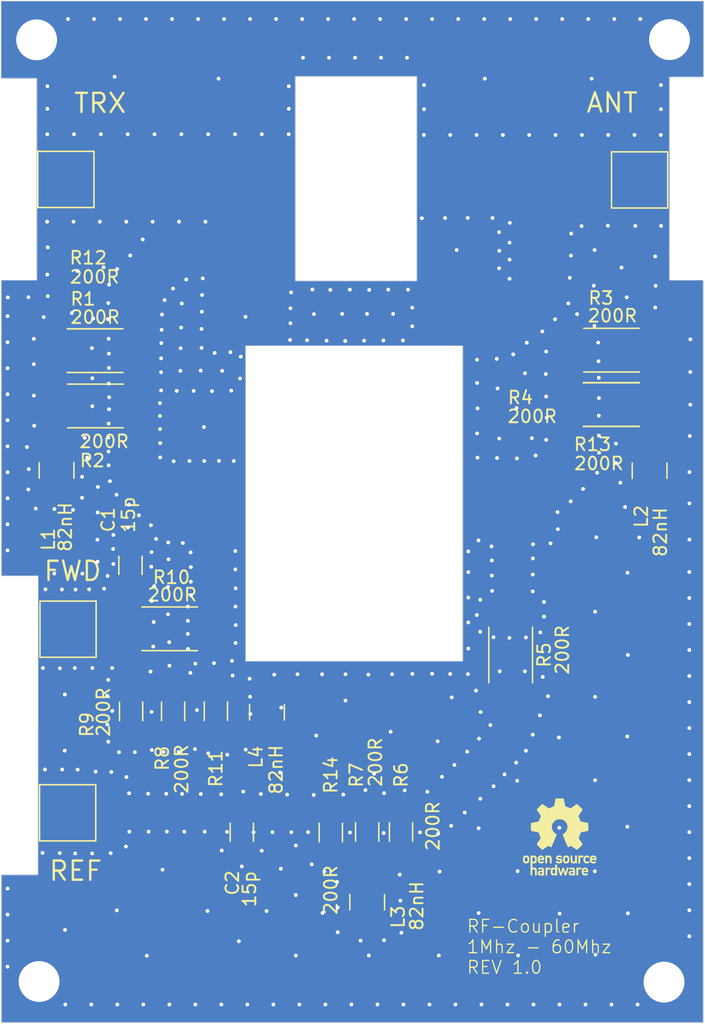
<source format=kicad_pcb>
(kicad_pcb (version 20241229) (generator "pcbnew") (generator_version "9.0")
  (layers (0 "F.Cu" signal) (2 "B.Cu" signal) (13 "F.Paste" user) (15 "B.Paste" user) (5 "F.SilkS" user "F.Silkscreen") (7 "B.SilkS" user "B.Silkscreen") (1 "F.Mask" user) (3 "B.Mask" user) (25 "Edge.Cuts" user))
  (net 0 "")
  (net 1 "Net-(ANT1-Pin_1)")
  (net 2 "GND")
  (net 3 "Net-(FWD1-Pin_1)")
  (net 4 "Net-(REF1-Pin_1)")
  (net 5 "Net-(L1-Pad1)")
  (net 6 "Net-(L2-Pad1)")
  (net 7 "Net-(L3-Pad1)")
  (net 8 "Net-(L4-Pad1)")
  (net 9 "Net-(R1-Pad1)")
  (net 10 "Net-(R13-Pad1)")
  (net 11 "Net-(TRX1-Pin_1)")
  (footprint "Capacitor_SMD:C_1206_3216Metric_Pad1.33x1.80mm_HandSolder" (layer "F.Cu") (at 118.18 112.855 -90)
    (property "Reference" "C2")
    (property "Value" "15p")
  )
  (footprint "Resistor_SMD:R_2512_6332Metric_Pad1.40x3.35mm_HandSolder" (layer "F.Cu") (at 147.1 79.375)
    (property "Reference" "R13")
    (property "Value" "200R")
  )
  (footprint "Resistor_SMD:R_1206_3216Metric_Pad1.30x1.75mm_HandSolder" (layer "F.Cu") (at 112.8 103.395 -90)
    (property "Reference" "R8")
    (property "Value" "200R")
  )
  (footprint "TestPoint:TestPoint_Pad_4.0x4.0mm" (layer "F.Cu") (at 104.57 96.955)
    (property "Reference" "FWD1" (hide yes))
    (property "Value" "~")
  )
  (footprint "Resistor_SMD:R_2512_6332Metric_Pad1.40x3.35mm_HandSolder" (layer "F.Cu") (at 106.69 75.145)
    (property "Reference" "R12")
    (property "Value" "200R")
  )
  (footprint "Resistor_SMD:R_2512_6332Metric_Pad1.40x3.35mm_HandSolder" (layer "F.Cu") (at 106.72 79.475 180)
    (property "Reference" "R2")
    (property "Value" "200R")
  )
  (footprint "Resistor_SMD:R_2512_6332Metric_Pad1.40x3.35mm_HandSolder" (layer "F.Cu") (at 112.53 96.925)
    (property "Reference" "R10")
    (property "Value" "200R")
  )
  (footprint "Resistor_SMD:R_1206_3216Metric_Pad1.30x1.75mm_HandSolder" (layer "F.Cu") (at 125.15 112.875 -90)
    (property "Reference" "R14")
    (property "Value" "200R")
  )
  (footprint "Resistor_SMD:R_2512_6332Metric_Pad1.40x3.35mm_HandSolder" (layer "F.Cu") (at 147.14 75.105)
    (property "Reference" "R3")
    (property "Value" "200R")
  )
  (footprint "Resistor_SMD:R_2512_6332Metric_Pad1.40x3.35mm_HandSolder" (layer "F.Cu") (at 139.24 98.975 -90)
    (property "Reference" "R5")
    (property "Value" "200R")
  )
  (footprint "Resistor_SMD:R_1206_3216Metric_Pad1.30x1.75mm_HandSolder" (layer "F.Cu") (at 128 112.835 -90)
    (property "Reference" "R7")
    (property "Value" "200R")
  )
  (footprint "Resistor_SMD:R_2512_6332Metric_Pad1.40x3.35mm_HandSolder" (layer "F.Cu") (at 147.14 79.355)
    (property "Reference" "R4")
    (property "Value" "200R")
  )
  (footprint "Resistor_SMD:R_2512_6332Metric_Pad1.40x3.35mm_HandSolder" (layer "F.Cu") (at 106.69 75.145 180)
    (property "Reference" "R1")
    (property "Value" "200R")
  )
  (footprint "Inductor_SMD:L_1210_3225Metric_Pad1.42x2.65mm_HandSolder" (layer "F.Cu") (at 128 118.335 -90)
    (property "Reference" "L3")
    (property "Value" "82nH")
  )
  (footprint "Inductor_SMD:L_1210_3225Metric_Pad1.42x2.65mm_HandSolder" (layer "F.Cu") (at 120.15 103.465 90)
    (property "Reference" "L4")
    (property "Value" "82nH")
  )
  (footprint "Symbol:OSHW-Logo_5.7x6mm_SilkScreen" (layer "F.Cu") (at 143.07 113.225)
    (property "Reference" "REF**" (hide yes))
    (property "Value" "OSHW-Logo_5.7x6mm_SilkScreen" (hide yes))
  )
  (footprint "Inductor_SMD:L_1210_3225Metric_Pad1.42x2.65mm_HandSolder" (layer "F.Cu") (at 103.67 84.525 -90)
    (property "Reference" "L1")
    (property "Value" "82nH")
  )
  (footprint "TestPoint:TestPoint_Pad_4.0x4.0mm" (layer "F.Cu") (at 104.54 111.335)
    (property "Reference" "REF1" (hide yes))
    (property "Value" "~")
  )
  (footprint "Resistor_SMD:R_1206_3216Metric_Pad1.30x1.75mm_HandSolder" (layer "F.Cu") (at 109.51 103.395 -90)
    (property "Reference" "R9")
    (property "Value" "200R")
  )
  (footprint "Capacitor_SMD:C_1206_3216Metric_Pad1.33x1.80mm_HandSolder" (layer "F.Cu") (at 109.46 91.955 90)
    (property "Reference" "C1")
    (property "Value" "15p")
  )
  (footprint "Resistor_SMD:R_1206_3216Metric_Pad1.30x1.75mm_HandSolder" (layer "F.Cu") (at 116.15 103.375 -90)
    (property "Reference" "R11")
    (property "Value" "200R")
  )
  (footprint "TestPoint:TestPoint_Pad_4.0x4.0mm" (layer "F.Cu") (at 104.4 61.735)
    (property "Reference" "TRX1" (hide yes))
    (property "Value" "~")
  )
  (footprint "Resistor_SMD:R_1206_3216Metric_Pad1.30x1.75mm_HandSolder" (layer "F.Cu") (at 130.65 112.835 -90)
    (property "Reference" "R6")
    (property "Value" "200R")
  )
  (footprint "TestPoint:TestPoint_Pad_4.0x4.0mm" (layer "F.Cu") (at 149.34 61.775)
    (property "Reference" "ANT1" (hide yes))
    (property "Value" "~")
  )
  (footprint "Inductor_SMD:L_1210_3225Metric_Pad1.42x2.65mm_HandSolder" (layer "F.Cu") (at 150.12 84.545 -90)
    (property "Reference" "L2")
    (property "Value" "82nH")
  )
  (gr_rect (start 112.33 79.055) (end 118.09 83.195) (stroke (width 0.2)) (fill yes) (layer "F.Cu") (net 2))
  (gr_rect (start 116.37 65.185) (end 122.13 69.325) (stroke (width 0.2)) (fill yes) (layer "F.Cu") (net 9))
  (gr_rect (start 102.5 94.875) (end 108.26 99.015) (stroke (width 0.2)) (fill yes) (layer "F.Cu") (net 3))
  (gr_rect (start 145.61 59.755) (end 151.37 63.895) (stroke (width 0.2)) (fill yes) (layer "F.Cu") (net 1))
  (gr_rect (start 135.85 84.895) (end 141.61 89.035) (stroke (width 0.2)) (fill yes) (layer "F.Cu") (net 10))
  (gr_rect (start 132.7 70.485) (end 138.46 74.625) (stroke (width 0.2)) (fill yes) (layer "F.Cu") (net 1))
  (gr_rect (start 112.35 84.855) (end 118.11 88.995) (stroke (width 0.2)) (fill yes) (layer "F.Cu") (net 9))
  (gr_rect (start 116.41 59.665) (end 122.17 63.805) (stroke (width 0.2)) (fill yes) (layer "F.Cu") (net 11))
  (gr_rect (start 102.48 109.265) (end 108.24 113.405) (stroke (width 0.2)) (fill yes) (layer "F.Cu") (net 4))
  (gr_rect (start 102.36 59.655) (end 108.12 63.795) (stroke (width 0.2)) (fill yes) (layer "F.Cu") (net 11))
  (gr_rect (start 132.05 59.665) (end 137.81 63.805) (stroke (width 0.2)) (fill yes) (layer "F.Cu") (net 1))
  (gr_rect (start 132.13 65.195) (end 137.89 69.335) (stroke (width 0.2)) (fill yes) (layer "F.Cu") (net 2))
  (gr_rect (start 115.59 70.425) (end 121.35 74.565) (stroke (width 0.2)) (fill yes) (layer "F.Cu") (net 2))
  (gr_line (start 151.68 53.724989) (end 151.68 69.625044) (stroke (width 0.05)) (layer "Edge.Cuts"))
  (gr_line (start 154.35 47.76) (end 154.35 53.725011) (stroke (width 0.05)) (layer "Edge.Cuts"))
  (gr_line (start 102.21 116.185) (end 99.35 116.185) (stroke (width 0.05)) (layer "Edge.Cuts"))
  (gr_line (start 99.35 92.785) (end 102.23 92.785) (stroke (width 0.05)) (layer "Edge.Cuts"))
  (gr_rect (start 118.48 74.765) (end 135.48 99.465) (stroke (width 0.05)) (fill no) (layer "Edge.Cuts"))
  (gr_line (start 99.34 69.624999) (end 99.35 92.785) (stroke (width 0.05)) (layer "Edge.Cuts"))
  (gr_line (start 99.32 47.75995) (end 154.35 47.76) (stroke (width 0.05)) (layer "Edge.Cuts"))
  (gr_line (start 154.35 53.725011) (end 151.68 53.724989) (stroke (width 0.05)) (layer "Edge.Cuts"))
  (gr_line (start 151.68 69.625044) (end 154.33012 69.625016) (stroke (width 0.05)) (layer "Edge.Cuts"))
  (gr_line (start 154.33012 69.625016) (end 154.33012 127.760003) (stroke (width 0.05)) (layer "Edge.Cuts"))
  (gr_line (start 102.115 53.824999) (end 99.32 53.825) (stroke (width 0.05)) (layer "Edge.Cuts"))
  (gr_line (start 154.33012 127.760003) (end 99.35 127.76) (stroke (width 0.05)) (layer "Edge.Cuts"))
  (gr_line (start 99.34 69.624999) (end 102.115 69.625) (stroke (width 0.05)) (layer "Edge.Cuts"))
  (gr_line (start 102.23 92.785) (end 102.21 116.185) (stroke (width 0.05)) (layer "Edge.Cuts"))
  (gr_line (start 102.115 69.625) (end 102.115 53.824999) (stroke (width 0.05)) (layer "Edge.Cuts"))
  (gr_rect (start 122.38 53.675) (end 131.88 69.675) (stroke (width 0.05)) (fill no) (layer "Edge.Cuts"))
  (gr_line (start 99.32 53.825) (end 99.32 47.75995) (stroke (width 0.05)) (layer "Edge.Cuts"))
  (gr_line (start 99.35 116.185) (end 99.35 127.76) (stroke (width 0.05)) (layer "Edge.Cuts"))
  (gr_text "DJ1YR" (at 112.44 124.165 0) (layer "F.Cu") (effects (font (size 1 1) (thickness 0.1)) (justify left bottom)))
  (gr_text "REF" (at 102.97 116.765 0) (layer "F.SilkS") (effects (font (size 1.5 1.5) (thickness 0.1875)) (justify left bottom)))
  (gr_text "FWD" (at 102.56 93.285 0) (layer "F.SilkS") (effects (font (size 1.5 1.5) (thickness 0.1875)) (justify left bottom)))
  (gr_text "TRX" (at 104.93 56.645 0) (layer "F.SilkS") (effects (font (size 1.5 1.5) (thickness 0.1875)) (justify left bottom)))
  (gr_text "ANT" (at 145.07 56.615 0) (layer "F.SilkS") (effects (font (size 1.5 1.5) (thickness 0.1875)) (justify left bottom)))
  (gr_text "RF-Coupler\n1Mhz - 60Mhz\nREV 1.0" (at 135.74 124.025 0) (layer "F.SilkS") (effects (font (size 1 1) (thickness 0.1)) (justify left bottom)))
  (segment (start 141.69 70.705) (end 141.69 61.925) (width 2) (layer "F.Cu") (net 1))
  (segment (start 135.58 72.555) (end 139.84 72.555) (width 2) (layer "F.Cu") (net 1))
  (segment (start 135.85 61.775) (end 135.81 61.735) (width 4) (layer "F.Cu") (net 1))
  (segment (start 141.69 61.925) (end 141.54 61.775) (width 1) (layer "F.Cu") (net 1))
  (segment (start 149.34 61.775) (end 135.85 61.775) (width 4) (layer "F.Cu") (net 1))
  (segment (start 139.84 72.555) (end 141.69 70.705) (width 2) (layer "F.Cu") (net 1))
  (via (at 105.87 81.965) (size 0.6) (drill 0.3) (layers "F.Cu" "B.Cu") (net 2))
  (via (at 147.48 82.425) (size 0.6) (drill 0.3) (layers "F.Cu" "B.Cu") (net 2))
  (via (at 108.1 90.675) (size 0.6) (drill 0.3) (layers "F.Cu" "B.Cu") (net 2))
  (via (at 144.44 72.285) (size 0.6) (drill 0.3) (layers "F.Cu" "B.Cu") (net 2))
  (via (at 145.95 89.755) (size 0.6) (drill 0.3) (layers "F.Cu" "B.Cu") (net 2))
  (via (at 150.56 67.765) (size 0.6) (drill 0.3) (layers "F.Cu" "B.Cu") (net 2))
  (via (at 112.717434 49.175) (size 0.6) (drill 0.3) (layers "F.Cu" "B.Cu") (net 2))
  (via (at 128.09 100.515) (size 0.6) (drill 0.3) (layers "F.Cu" "B.Cu") (net 2))
  (via (at 106.605384 49.175) (size 0.6) (drill 0.3) (layers "F.Cu" "B.Cu") (net 2))
  (via (at 145.83 115.915) (size 0.6) (drill 0.3) (layers "F.Cu" "B.Cu") (net 2))
  (via (at 116.61 114.285) (size 0.6) (drill 0.3) (layers "F.Cu" "B.Cu") (net 2))
  (via (at 142.91 87.795) (size 0.6) (drill 0.3) (layers "F.Cu" "B.Cu") (net 2))
  (via (at 119.67 109.865) (size 0.6) (drill 0.3) (layers "F.Cu" "B.Cu") (net 2))
  (via (at 139.15 69.515) (size 0.6) (drill 0.3) (layers "F.Cu" "B.Cu") (net 2))
  (via (at 99.83 80.594406) (size 0.6) (drill 0.3) (layers "F.Cu" "B.Cu") (net 2))
  (via (at 121.85 58.195) (size 0.6) (drill 0.3) (layers "F.Cu" "B.Cu") (net 2))
  (via (at 127.86 109.555) (size 0.6) (drill 0.3) (layers "F.Cu" "B.Cu") (net 2))
  (via (at 111.79 83.505) (size 0.6) (drill 0.3) (layers "F.Cu" "B.Cu") (net 2))
  (via (at 144.79 65.395) (size 0.6) (drill 0.3) (layers "F.Cu" "B.Cu") (net 2))
  (via (at 123.65 115.375) (size 0.6) (drill 0.3) (layers "F.Cu" "B.Cu") (net 2))
  (via (at 137.79 93.955) (size 0.6) (drill 0.3) (layers "F.Cu" "B.Cu") (net 2))
  (via (at 118.79 100.835) (size 0.6) (drill 0.3) (layers "F.Cu" "B.Cu") (net 2))
  (via (at 114.540344 126.345) (size 0.6) (drill 0.3) (layers "F.Cu" "B.Cu") (net 2))
  (via (at 153.31 76.815) (size 0.6) (drill 0.3) (layers "F.Cu" "B.Cu") (net 2))
  (via (at 129.84 104.985) (size 0.6) (drill 0.3) (layers "F.Cu" "B.Cu") (net 2))
  (via (at 102.951112 54.435) (size 0.6) (drill 0.3) (layers "F.Cu" "B.Cu") (net 2))
  (via (at 113.263332 65.045) (size 0.6) (drill 0.3) (layers "F.Cu" "B.Cu") (net 2))
  (via (at 101.46 86.015) (size 0.6) (drill 0.3) (layers "F.Cu" "B.Cu") (net 2))
  (via (at 104.09 93.845) (size 0.6) (drill 0.3) (layers "F.Cu" "B.Cu") (net 2))
  (via (at 129.65 70.365) (size 0.6) (drill 0.3) (layers "F.Cu" "B.Cu") (net 2))
  (via (at 149 65.375) (size 0.6) (drill 0.3) (layers "F.Cu" "B.Cu") (net 2))
  (via (at 137.76 91.575) (size 0.6) (drill 0.3) (layers "F.Cu" "B.Cu") (net 2))
  (via (at 111.11 103.435) (size 0.6) (drill 0.3) (layers "F.Cu" "B.Cu") (net 2))
  (via (at 107.69 72.675) (size 0.6) (drill 0.3) (layers "F.Cu" "B.Cu") (net 2))
  (via (at 153.24 87.105) (size 0.6) (drill 0.3) (layers "F.Cu" "B.Cu") (net 2))
  (via (at 122.97265 52.205) (size 0.6) (drill 0.3) (layers "F.Cu" "B.Cu") (net 2))
  (via (at 122.41 117.775) (size 0.6) (drill 0.3) (layers "F.Cu" "B.Cu") (net 2))
  (via (at 115.03 73.445) (size 0.6) (drill 0.3) (layers "F.Cu" "B.Cu") (net 2))
  (via (at 151.68 50.785) (size 5) (drill 3.2) (layers "F.Cu" "B.Cu") (net 2))
  (via (at 106.89 87.815) (size 0.6) (drill 0.3) (layers "F.Cu" "B.Cu") (net 2))
  (via (at 101.89 76.205) (size 0.6) (drill 0.3) (layers "F.Cu" "B.Cu") (net 2))
  (via (at 107.72 100.925) (size 0.6) (drill 0.3) (layers "F.Cu" "B.Cu") (net 2))
  (via (at 115.49 119.025) (size 0.6) (drill 0.3) (layers "F.Cu" "B.Cu") (net 2))
  (via (at 129.32 121.315) (size 0.6) (drill 0.3) (layers "F.Cu" "B.Cu") (net 2))
  (via (at 121.27 103.095) (size 0.6) (drill 0.3) (layers "F.Cu" "B.Cu") (net 2))
  (via (at 138.15 75.785) (size 0.6) (drill 0.3) (layers "F.Cu" "B.Cu") (net 2))
  (via (at 142.06 80.395) (size 0.6) (drill 0.3) (layers "F.Cu" "B.Cu") (net 2))
  (via (at 99.83 121.341406) (size 0.6) (drill 0.3) (layers "F.Cu" "B.Cu") (net 2))
  (via (at 153.24 84.655) (size 0.6) (drill 0.3) (layers "F.Cu" "B.Cu") (net 2))
  (via (at 153.23 102.661756) (size 0.6) (drill 0.3) (layers "F.Cu" "B.Cu") (net 2))
  (via (at 139.7 79.635) (size 0.6) (drill 0.3) (layers "F.Cu" "B.Cu") (net 2))
  (via (at 131.53 73.235) (size 0.6) (drill 0.3) (layers "F.Cu" "B.Cu") (net 2))
  (via (at 115.546666 58.195) (size 0.6) (drill 0.3) (layers "F.Cu" "B.Cu") (net 2))
  (via (at 140.35 100.255) (size 0.6) (drill 0.3) (layers "F.Cu" "B.Cu") (net 2))
  (via (at 126.3 100.485) (size 0.6) (drill 0.3) (layers "F.Cu" "B.Cu") (net 2))
  (via (at 120.12 119.025) (size 0.6) (drill 0.3) (layers "F.Cu" "B.Cu") (net 2))
  (via (at 108.12 89.575) (size 0.6) (drill 0.3) (layers "F.Cu" "B.Cu") (net 2))
  (via (at 136.73 112.545) (size 0.6) (drill 0.3) (layers "F.Cu" "B.Cu") (net 2))
  (via (at 121.73 109.905) (size 0.6) (drill 0.3) (layers "F.Cu" "B.Cu") (net 2))
  (via (at 149.175294 126.345) (size 0.6) (drill 0.3) (layers "F.Cu" "B.Cu") (net 2))
  (via (at 102.6 99.995) (size 0.6) (drill 0.3) (layers "F.Cu" "B.Cu") (net 2))
  (via (at 101.35 82.695) (size 0.6) (drill 0.3) (layers "F.Cu" "B.Cu") (net 2))
  (via (at 117.68 95.185) (size 0.6) (drill 0.3) (layers "F.Cu" "B.Cu") (net 2))
  (via (at 117.67 92.275) (size 0.6) (drill 0.3) (layers "F.Cu" "B.Cu") (net 2))
  (via (at 132.453334 56.235) (size 0.6) (drill 0.3) (layers "F.Cu" "B.Cu") (net 2))
  (via (at 114.97 109.865) (size 0.6) (drill 0.3) (layers "F.Cu" "B.Cu") (net 2))
  (via (at 105.16 93.855) (size 0.6) (drill 0.3) (layers "F.Cu" "B.Cu") (net 2))
  (via (at 135.64 111.315) (size 0.6) (drill 0.3) (layers "F.Cu" "B.Cu") (net 2))
  (via (at 112.26 109.845) (size 0.6) (drill 0.3) (layers "F.Cu" "B.Cu") (net 2))
  (via (at 128.16 70.385) (size 0.6) (drill 0.3) (layers "F.Cu" "B.Cu") (net 2))
  (via (at 131.12205 52.205) (size 0.6) (drill 0.3) (layers "F.Cu" "B.Cu") (net 2))
  (via (at 143.02 105.435) (size 0.6) (drill 0.3) (layers "F.Cu" "B.Cu") (net 2))
  (via (at 149.389734 49.175) (size 0.6) (drill 0.3) (layers "F.Cu" "B.Cu") (net 2))
  (via (at 136.64 83.525) (size 0.6) (drill 0.3) (layers "F.Cu" "B.Cu") (net 2))
  (via (at 111.77 80.255) (size 0.6) (drill 0.3) (layers "F.Cu" "B.Cu") (net 2))
  (via (at 113.68 112.805) (size 0.6) (drill 0.3) (layers "F.Cu" "B.Cu") (net 2))
  (via (at 138.988544 126.345) (size 0.6) (drill 0.3) (layers "F.Cu" "B.Cu") (net 2))
  (via (at 128.13 122.505) (size 0.6) (drill 0.3) (layers "F.Cu" "B.Cu") (net 2))
  (via (at 127.99 72.265) (size 0.6) (drill 0.3) (layers "F.Cu" "B.Cu") (net 2))
  (via (at 114.67 103.285) (size 0.6) (drill 0.3) (layers "F.Cu" "B.Cu") (net 2))
  (via (at 108.56 106.585) (size 0.6) (drill 0.3) (layers "F.Cu" "B.Cu") (net 2))
  (via (at 153.23 116.923206) (size 0.6) (drill 0.3) (layers "F.Cu" "B.Cu") (net 2))
  (via (at 102.98 67.055) (size 0.6) (drill 0.3) (layers "F.Cu" "B.Cu") (net 2))
  (via (at 136.6 75.855) (size 0.6) (drill 0.3) (layers "F.Cu" "B.Cu") (net 2))
  (via (at 101.92 81.025) (size 0.6) (drill 0.3) (layers "F.Cu" "B.Cu") (net 2))
  (via (at 116.36 53.845) (size 0.6) (drill 0.3) (layers "F.Cu" "B.Cu") (net 2))
  (via (at 114.754784 49.175) (size 0.6) (drill 0.3) (layers "F.Cu" "B.Cu") (net 2))
  (via (at 101.49 84.425) (size 0.6) (drill 0.3) (layers "F.Cu" "B.Cu") (net 2))
  (via (at 146.85 65.355) (size 0.6) (drill 0.3) (layers "F.Cu" "B.Cu") (net 2))
  (via (at 138.21 78.105) (size 0.6) (drill 0.3) (layers "F.Cu" "B.Cu") (net 2))
  (via (at 110.12 88.035) (size 0.6) (drill 0.3) (layers "F.Cu" "B.Cu") (net 2))
  (via (at 104.31 106.465) (size 0.6) (drill 0.3) (layers "F.Cu" "B.Cu") (net 2))
  (via (at 102.76 107.945) (size 0.6) (drill 0.3) (layers "F.Cu" "B.Cu") (net 2))
  (via (at 133.61 122.505) (size 0.6) (drill 0.3) (layers "F.Cu" "B.Cu") (net 2))
  (via (at 150.59 70.065) (size 0.6) (drill 0.3) (layers "F.Cu" "B.Cu") (net 2))
  (via (at 148.37 112.425) (size 0.6) (drill 0.3) (layers "F.Cu" "B.Cu") (net 2))
  (via (at 122.689744 126.345) (size 0.6) (drill 0.3) (layers "F.Cu" "B.Cu") (net 2))
  (via (at 107.4 93.785) (size 0.6) (drill 0.3) (layers "F.Cu" "B.Cu") (net 2))
  (via (at 145.85 102.255) (size 0.6) (drill 0.3) (layers "F.Cu" "B.Cu") (net 2))
  (via (at 148.42 119.205) (size 0.6) (drill 0.3) (layers "F.Cu" "B.Cu") (net 2))
  (via (at 147.92 68.635) (size 0.6) (drill 0.3) (layers "F.Cu" "B.Cu") (net 2))
  (via (at 137.74 90.475) (size 0.6) (drill 0.3) (layers "F.Cu" "B.Cu") (net 2))
  (via (at 142.93 89.125) (size 0.6) (drill 0.3) (layers "F.Cu" "B.Cu") (net 2))
  (via (at 113.96 98.505) (size 0.6) (drill 0.3) (layers "F.Cu" "B.Cu") (net 2))
  (via (at 141.025894 126.345) (size 0.6) (drill 0.3) (layers "F.Cu" "B.Cu") (net 2))
  (via (at 103.93 100.015) (size 0.6) (drill 0.3) (layers "F.Cu" "B.Cu") (net 2))
  (via (at 107.75 74.215) (size 0.6) (drill 0.3) (layers "F.Cu" "B.Cu") (net 2))
  (via (at 112.49 97.975) (size 0.6) (drill 0.3) (layers "F.Cu" "B.Cu") (net 2))
  (via (at 107.75 84.125) (size 0.6) (drill 0.3) (layers "F.Cu" "B.Cu") (net 2))
  (via (at 113.445555 58.195) (size 0.6) (drill 0.3) (layers "F.Cu" "B.Cu") (net 2))
  (via (at 130.839144 126.345) (size 0.6) (drill 0.3) (layers "F.Cu" "B.Cu") (net 2))
  (via (at 136.86 94.655) (size 0.6) (drill 0.3) (layers "F.Cu" "B.Cu") (net 2))
  (via (at 125.01 52.205) (size 0.6) (drill 0.3) (layers "F.Cu" "B.Cu") (net 2))
  (via (at 131.053584 49.175) (size 0.6) (drill 0.3) (layers "F.Cu" "B.Cu") (net 2))
  (via (at 111.06 88.815) (size 0.6) (drill 0.3) (layers "F.Cu" "B.Cu") (net 2))
  (via (at 110.88 112.815) (size 0.6) (drill 0.3) (layers "F.Cu" "B.Cu") (net 2))
  (via (at 115.27 112.815) (size 0.6) (drill 0.3) (layers "F.Cu" "B.Cu") (net 2))
  (via (at 147.48 83.945) (size 0.6) (drill 0.3) (layers "F.Cu" "B.Cu") (net 2))
  (via (at 107.142222 58.195) (size 0.6) (drill 0.3) (layers "F.Cu" "B.Cu") (net 2))
  (via (at 123.81 109.935) (size 0.6) (drill 0.3) (layers "F.Cu" "B.Cu") (net 2))
  (via (at 131.54 100.455) (size 0.6) (drill 0.3) (layers "F.Cu" "B.Cu") (net 2))
  (via (at 115.24 83.785) (size 0.6) (drill 0.3) (layers "F.Cu" "B.Cu") (net 2))
  (via (at 107.72 105.765) (size 0.6) (drill 0.3) (layers "F.Cu" "B.Cu") (net 2))
  (via (at 104.96 87.615) (size 0.6) (drill 0.3) (layers "F.Cu" "B.Cu") (net 2))
  (via (at 117.29 75.265) (size 0.6) (drill 0.3) (layers "F.Cu" "B.Cu") (net 2))
  (via (at 142.71 72.685) (size 0.6) (drill 0.3) (layers "F.Cu" "B.Cu") (net 2))
  (via (at 134.5 100.465) (size 0.6) (drill 0.3) (layers "F.Cu" "B.Cu") (net 2))
  (via (at 141.19 83.355) (size 0.6) (drill 0.3) (layers "F.Cu" "B.Cu") (net 2))
  (via (at 111.76 79.255) (size 0.6) (drill 0.3) (layers "F.Cu" "B.Cu") (net 2))
  (via (at 126.13 109.905) (size 0.6) (drill 0.3) (layers "F.Cu" "B.Cu") (net 2))
  (via (at 115.85 78.315) (size 0.6) (drill 0.3) (layers "F.Cu" "B.Cu") (net 2))
  (via (at 125.11 70.385) (size 0.6) (drill 0.3) (layers "F.Cu" "B.Cu") (net 2))
  (via (at 145.88 122.445) (size 0.6) (drill 0.3) (layers "F.Cu" "B.Cu") (net 2))
  (via (at 111.9 73.515) (size 0.6) (drill 0.3) (layers "F.Cu" "B.Cu") (net 2))
  (via (at 150.56 71.765) (size 0.6) (drill 0.3) (layers "F.Cu" "B.Cu") (net 2))
  (via (at 153.27 81.825) (size 0.6) (drill 0.3) (layers "F.Cu" "B.Cu") (net 2))
  (via (at 119.1 112.855) (size 0.6) (drill 0.3) (layers "F.Cu" "B.Cu") (net 2))
  (via (at 104.11 107.945) (size 0.6) (drill 0.3) (layers "F.Cu" "B.Cu") (net 2))
  (via (at 99.83 78.557056) (size 0.6) (drill 0.3) (layers "F.Cu" "B.Cu") (net 2))
  (via (at 130.8 74.345) (size 0.6) (drill 0.3) (layers "F.Cu" "B.Cu") (net 2))
  (via (at 137.165634 49.175) (size 0.6) (drill 0.3) (layers "F.Cu" "B.Cu") (net 2))
  (via (at 113.95 97.325) (size 0.6) (drill 0.3) (layers "F.Cu" "B.Cu") (net 2))
  (via (at 109.35 109.805) (size 0.6) (drill 0.3) (layers "F.Cu" "B.Cu") (net 2))
  (via (at 99.83 76.519706) (size 0.6) (drill 0.3) (layers "F.Cu" "B.Cu") (net 2))
  (via (at 120.866834 49.175) (size 0.6) (drill 0.3) (layers "F.Cu" "B.Cu") (net 2))
  (via (at 153.23 112.848506) (size 0.6) (drill 0.3) (layers "F.Cu" "B.Cu") (net 2))
  (via (at 130.03 72.265) (size 0.6) (drill 0.3) (layers "F.Cu" "B.Cu") (net 2))
  (via (at 108.03 99.995) (size 0.6) (drill 0.3) (layers "F.Cu" "B.Cu") (net 2))
  (via (at 118.615044 126.345) (size 0.6) (drill 0.3) (layers "F.Cu" "B.Cu") (net 2))
  (via (at 148.938142 58.255) (size 0.6) (drill 0.3) (layers "F.Cu" "B.Cu") (net 2))
  (via (at 145.85 95.585) (size 0.6) (drill 0.3) (layers "F.Cu" "B.Cu") (net 2))
  (via (at 115.07 70.785) (size 0.6) (drill 0.3) (layers "F.Cu" "B.Cu") (net 2))
  (via (at 115.55 106.675) (size 0.6) (drill 0.3) (layers "F.Cu" "B.Cu") (net 2))
  (via (at 102.3 124.545) (size 5) (drill 3.2) (layers "F.Cu" "B.Cu") (net 2))
  (via (at 138.34 82.025) (size 0.6) (drill 0.3) (layers "F.Cu" "B.Cu") (net 2))
  (via (at 132.14 112.865) (size 0.6) (drill 0.3) (layers "F.Cu" "B.Cu") (net 2))
  (via (at 99.83 117.266706) (size 0.6) (drill 0.3) (layers "F.Cu" "B.Cu") (net 2))
  (via (at 123.83 72.285) (size 0.6) (drill 0.3) (layers "F.Cu" "B.Cu") (net 2))
  (via (at 112.4 95.785) (size 0.6) (drill 0.3) (layers "F.Cu" "B.Cu") (net 2))
  (via (at 151.01 56.235) (size 0.6) (drill 0.3) (layers "F.Cu" "B.Cu") (net 2))
  (via (at 141.72 73.635) (size 0.6) (drill 0.3) (layers "F.Cu" "B.Cu") (net 2))
  (via (at 102.94 69.185) (size 0.6) (drill 0.3) (layers "F.Cu" "B.Cu") (net 2))
  (via (at 114.08 83.785) (size 0.6) (drill 0.3) (layers "F.Cu" "B.Cu") (net 2))
  (via (at 141.85 94.825) (size 0.6) (drill 0.3) (layers "F.Cu" "B.Cu") (net 2))
  (via (at 127.04735 52.205) (size 0.6) (drill 0.3) (layers "F.Cu" "B.Cu") (net 2))
  (via (at 113.95 96.295) (size 0.6) (drill 0.3) (layers "F.Cu" "B.Cu") (net 2))
  (via (at 108.428294 126.345) (size 0.6) (drill 0.3) (layers "F.Cu" "B.Cu") (net 2))
  (via (at 135.92 94.475) (size 0.6) (drill 0.3) (layers "F.Cu" "B.Cu") (net 2))
  (via (at 133.090934 49.175) (size 0.6) (drill 0.3) (layers "F.Cu" "B.Cu") (net 2))
  (via (at 153.23 120.997906) (size 0.6) (drill 0.3) (layers "F.Cu" "B.Cu") (net 2))
  (via (at 102.57 114.475) (size 0.6) (drill 0.3) (layers "F.Cu" "B.Cu") (net 2))
  (via (at 130.94 109.575) (size 0.6) (drill 0.3) (layers "F.Cu" "B.Cu") (net 2))
  (via (at 140.36 76.915) (size 0.6) (drill 0.3) (layers "F.Cu" "B.Cu") (net 2))
  (via (at 102.94 58.195) (size 0.6) (drill 0.3) (layers "F.Cu" "B.Cu") (net 2))
  (via (at 116.57 109.885) (size 0.6) (drill 0.3) (layers "F.Cu" "B.Cu") (net 2))
  (via (at 153.23 104.699106) (size 0.6) (drill 0.3) (layers "F.Cu" "B.Cu") (net 2))
  (via (at 111.196666 65.045) (size 0.6) (drill 0.3) (layers "F.Cu" "B.Cu") (net 2))
  (via (at 139.82 122.505) (size 0.6) (drill 0.3) (layers "F.Cu" "B.Cu") (net 2))
  (via (at 111.24 98.315) (size 0.6) (drill 0.3) (layers "F.Cu" "B.Cu") (net 2))
  (via (at 109.1 113.975) (size 0.6) (drill 0.3) (layers "F.Cu" "B.Cu") (net 2))
  (via (at 136.76 105.525) (size 0.6) (drill 0.3) (layers "F.Cu" "B.Cu") (net 2))
  (via (at 134.505185 58.255) (size 0.6) (drill 0.3) (layers "F.Cu" "B.Cu") (net 2))
  (via (at 113.56 90.205) (size 0.6) (drill 0.3) (layers "F.Cu" "B.Cu") (net 2))
  (via (at 118.47 72.495) (size 0.6) (drill 0.3) (layers "F.Cu" "B.Cu") (net 2))
  (via (at 136.72 90.005) (size 0.6) (drill 0.3) (layers "F.Cu" "B.Cu") (net 2))
  (via (at 110.84 109.835) (size 0.6) (drill 0.3) (layers "F.Cu" "B.Cu") (net 2))
  (via (at 118.04 77.325) (size 0.6) (drill 0.3) (layers "F.Cu" "B.Cu") (net 2))
  (via (at 148.37 105.355) (size 0.6) (drill 0.3) (layers "F.Cu" "B.Cu") (net 2))
  (via (at 101.47 70.955) (size 0.6) (drill 0.3) (layers "F.Cu" "B.Cu") (net 2))
  (via (at 128.54 108.275) (size 0.6) (drill 0.3) (layers "F.Cu" "B.Cu") (net 2))
  (via (at 120.72 100.515) (size 0.6) (drill 0.3) (layers "F.Cu" "B.Cu") (net 2))
  (via (at 130.68 120.725) (size 0.6) (drill 0.3) (layers "F.Cu" "B.Cu") (net 2))
  (via (at 130.55 116.175) (size 0.6) (drill 0.3) (layers "F.Cu" "B.Cu") (net 2))
  (via (at 139.202984 49.175) (size 0.6) (drill 0.3) (layers "F.Cu" "B.Cu") (net 2))
  (via (at 106.22 93.835) (size 0.6) (drill 0.3) (layers "F.Cu" "B.Cu") (net 2))
  (via (at 113.95 95.185) (size 0.6) (drill 0.3) (layers "F.Cu" "B.Cu") (net 2))
  (via (at 108.12 91.855) (size 0.6) (drill 0.3) (layers "F.Cu" "B.Cu") (net 2))
  (via (at 99.83 88.743806) (size 0.6) (drill 0.3) (layers "F.Cu" "B.Cu") (net 2))
  (via (at 108.03 103.355) (size 0.6) (drill 0.3) (layers "F.Cu" "B.Cu") (net 2))
  (via (at 108.42 68.755) (size 0.6) (drill 0.3) (layers "F.Cu" "B.Cu") (net 2))
  (via (at 146.15 81.795) (size 0.6) (drill 0.3) (layers "F.Cu" "B.Cu") (net 2))
  (via (at 146.12 75.975) (size 0.6) (drill 0.3) (layers "F.Cu" "B.Cu") (net 2))
  (via (at 133.09 100.445) (size 0.6) (drill 0.3) (layers "F.Cu" "B.Cu") (net 2))
  (via (at 107.74 81.945) (size 0.6) (drill 0.3) (layers "F.Cu" "B.Cu") (net 2))
  (via (at 124.51 119.175) (size 0.6) (drill 0.3) (layers "F.Cu" "B.Cu") (net 2))
  (via (at 113.43 73.335) (size 0.6) (drill 0.3) (layers "F.Cu" "B.Cu") (net 2))
  (via (at 106.87 89.945) (size 0.6) (drill 0.3) (layers "F.Cu" "B.Cu") (net 2))
  (via (at 113.48 71.455) (size 0.6) (drill 0.3) (layers "F.Cu" "B.Cu") (net 2))
  (via (at 107.063334 65.045) (size 0.6) (drill 0.3) (layers "F.Cu" "B.Cu") (net 2))
  (via (at 145.8 73.205) (size 0.6) (drill 0.3) (layers "F.Cu" "B.Cu") (net 2))
  (via (at 132.28 64.775) (size 0.6) (drill 0.3) (layers "F.Cu" "B.Cu") (net 2))
  (via (at 102.11 50.805) (size 5) (drill 3.2) (layers "F.Cu" "B.Cu") (net 2))
  (via (at 111.13 94.745) (size 0.6) (drill 0.3) (layers "F.Cu" "B.Cu") (net 2))
  (via (at 114.15 100.375) (size 0.6) (drill 0.3) (layers "F.Cu" "B.Cu") (net 2))
  (via (at 117.7 93.755) (size 0.6) (drill 0.3) (layers "F.Cu" "B.Cu") (net 2))
  (via (at 112.44 91.485) (size 0.6) (drill 0.3) (layers "F.Cu" "B.Cu") (net 2))
  (via (at 129.27 74.345) (size 0.6) (drill 0.3) (layers "F.Cu" "B.Cu") (net 2))
  (via (at 153.23 92.475) (size 0.6) (drill 0.3) (layers "F.Cu" "B.Cu") (net 2))
  (via (at 129.95 100.485) (size 0.6) (drill 0.3) (layers "F.Cu" "B.Cu") (net 2))
  (via (at 138.628887 58.255) (size 0.6) (drill 0.3) (layers "F.Cu" "B.Cu") (net 2))
  (via (at 105.29 68.905) (size 0.6) (drill 0.3) (layers "F.Cu" "B.Cu") (net 2))
  (via (at 127.48 121.345) (size 0.6) (drill 0.3) (layers "F.Cu" "B.Cu") (net 2))
  (via (at 143.98 65.975) (size 0.6) (drill 0.3) (layers "F.Cu" "B.Cu") (net 2))
  (via (at 112.79 70.285) (size 0.6) (drill 0.3) (layers "F.Cu" "B.Cu") (net 2))
  (via (at 132.71 109.685) (size 0.6) (drill 0.3) (layers "F.Cu" "B.Cu") (net 2))
  (via (at 107.78 69.975) (size 0.6) (drill 0.3) (layers "F.Cu" "B.Cu") (net 2))
  (via (at 104.87 72.195) (size 0.6) (drill 0.3) (layers "F.Cu" "B.Cu") (net 2))
  (via (at 126.978884 49.175) (size 0.6) (drill 0.3) (layers "F.Cu" "B.Cu") (net 2))
  (via (at 141.85 95.975) (size 0.6) (drill 0.3) (layers "F.Cu" "B.Cu") (net 2))
  (via (at 112.06 106.565) (size 0.6) (drill 0.3) (layers "F.Cu" "B.Cu") (net 2))
  (via (at 126.764444 126.345) (size 0.6) (drill 0.3) (layers "F.Cu" "B.Cu") (net 2))
  (via (at 106.88 91.675) (size 0.6) (drill 0.3) (layers "F.Cu" "B.Cu") (net 2))
  (via (at 111.03 100.275) (size 0.6) (drill 0.3) (layers "F.Cu" "B.Cu") (net 2))
  (via (at 121.17 108.175) (size 0.6) (drill 0.3) (layers "F.Cu" "B.Cu") (net 2))
  (via (at 144.81444 58.255) (size 0.6) (drill 0.3) (layers "F.Cu" "B.Cu") (net 2))
  (via (at 99.83 90.781156) (size 0.6) (drill 0.3) (layers "F.Cu" "B.Cu") (net 2))
  (via (at 141.240334 49.175) (size 0.6) (drill 0.3) (layers "F.Cu" "B.Cu") (net 2))
  (via (at 140.97 92.675) (size 0.6) (drill 0.3) (layers "F.Cu" "B.Cu") (net 2))
  (via (at 129.32 109.795) (size 0.6) (drill 0.3) (layers "F.Cu" "B.Cu") (net 2))
  (via (at 107.75 80.855) (size 0.6) (drill 0.3) (layers "F.Cu" "B.Cu") (net 2))
  (via (at 99.85 70.975) (size 0.6) (drill 0.3) (layers "F.Cu" "B.Cu") (net 2))
  (via (at 143.87 69.435) (size 0.6) (drill 0.3) (layers "F.Cu" "B.Cu") (net 2))
  (via (at 102.930002 65.045) (size 0.6) (drill 0.3) (layers "F.Cu" "B.Cu") (net 2))
  (via (at 153.23 108.773806) (size 0.6) (drill 0.3) (layers "F.Cu" "B.Cu") (net 2))
  (via (at 101.89 78.665) (size 0.6) (drill 0.3) (layers "F.Cu" "B.Cu") (net 2))
  (via (at 115.05 72.095) (size 0.6) (drill 0.3) (layers "F.Cu" "B.Cu") (net 2))
  (via (at 137.89 97.585) (size 0.6) (drill 0.3) (layers "F.Cu" "B.Cu") (net 2))
  (via (at 106.54 72.625) (size 0.6) (drill 0.3) (layers "F.Cu" "B.Cu") (net 2))
  (via (at 124.82 74.365) (size 0.6) (drill 0.3) (layers "F.Cu" "B.Cu") (net 2))
  (via (at 108.642734 49.175) (size 0.6) (drill 0.3) (layers "F.Cu" "B.Cu") (net 2))
  (via (at 146.14 80.235) (size 0.6) (drill 0.3) (layers "F.Cu" "B.Cu") (net 2))
  (via (at 138.33 68.695) (size 0.6) (drill 0.3) (layers "F.Cu" "B.Cu") (net 2))
  (via (at 107.78 79.735) (size 0.6) (drill 0.3) (layers "F.Cu" "B.Cu") (net 2))
  (via (at 138.17 83.555) (size 0.6) (drill 0.3) (layers "F.Cu" "B.Cu") (net 2))
  (via (at 138.76 108.325) (size 0.6) (drill 0.3) (layers "F.Cu" "B.Cu") (net 2))
  (via (at 135.87 64.755) (size 0.6) (drill 0.3) (layers "F.Cu" "B.Cu") (net 2))
  (via (at 134.83 107.585) (size 0.6) (drill 0.3) (layers "F.Cu" "B.Cu") (net 2))
  (via (at 125.69 118.745) (size 0.6) (drill 0.3) (layers "F.Cu" "B.Cu") (net 2))
  (via (at 138.38 100.255) (size 0.6) (drill 0.3) (layers "F.Cu" "B.Cu") (net 2))
  (via (at 134.58 112.355) (size 0.6) (drill 0.3) (layers "F.Cu" "B.Cu") (net 2))
  (via (at 114.2 94.295) (size 0.6) (drill 0.3) (layers "F.Cu" "B.Cu") (net 2))
  (via (at 153.24 89.935) (size 0.6) (drill 0.3) (layers "F.Cu" "B.Cu") (net 2))
  (via (at 140.98 91.415) (size 0.6) (drill 0.3) (layers "F.Cu" "B.Cu") (net 2))
  (via (at 114.19 93.235) (size 0.6) (drill 0.3) (layers "F.Cu" "B.Cu") (net 2))
  (via (at 110.74 122.525) (size 0.6) (drill 0.3) (layers "F.Cu" "B.Cu") (net 2))
  (via (at 136.567036 58.255) (size 0.6) (drill 0.3) (layers "F.Cu" "B.Cu") (net 2))
  (via (at 118.1 75.615) (size 0.6) (drill 0.3) (layers "F.Cu" "B.Cu") (net 2))
  (via (at 111.86 75.745) (size 0.6) (drill 0.3) (layers "F.Cu" "B.Cu") (net 2))
  (via (at 99.83 84.669106) (size 0.6) (drill 0.3) (layers "F.Cu" "B.Cu") (net 2))
  (via (at 146.16 83.135) (size 0.6) (drill 0.3) (layers "F.Cu" "B.Cu") (net 2))
  (via (at 118.18 115.535) (size 0.6) (drill 0.3) (layers "F.Cu" "B.Cu") (net 2))
  (via (at 113.39 74.955) (size 0.6) (drill 0.3) (layers "F.Cu" "B.Cu") (net 2))
  (via (at 125.64 116.745) (size 0.6) (drill 0.3) (layers "F.Cu" "B.Cu") (net 2))
  (via (at 114.19 92.095) (size 0.6) (drill 0.3) (layers "F.Cu" "B.Cu") (net 2))
  (via (at 133.86 108.515) (size 0.6) (drill 0.3) (layers "F.Cu" "B.Cu") (net 2))
  (via (at 133.56 112.975) (size 0.6) (drill 0.3) (layers "F.Cu" "B.Cu") (net 2))
  (via (at 143.07 119.225) (size 0.6) (drill 0.3) (layers "F.Cu" "B.Cu") (net 2))
  (via (at 134.913844 126.345) (size 0.6) (drill 0.3) (layers "F.Cu" "B.Cu") (net 2))
  (via (at 139.15 68.015) (size 0.6) (drill 0.3) (layers "F.Cu" "B.Cu") (net 2))
  (via (at 123.37 112.845) (size 0.6) (drill 0.3) (layers "F.Cu" "B.Cu") (net 2))
  (via (at 110.42 66.435) (size 0.6) (drill 0.3) (layers "F.Cu" "B.Cu") (net 2))
  (via (at 104.996668 65.045) (size 0.6) (drill 0.3) (layers "F.Cu" "B.Cu") (net 2))
  (via (at 109.35 87.205) (size 0.6) (drill 0.3) (layers "F.Cu" "B.Cu") (net 2))
  (via (at 105.69 92.605) (size 0.6) (drill 0.3) (layers "F.Cu" "B.Cu") (net 2))
  (via (at 124.727094 126.345) (size 0.6) (drill 0.3) (layers "F.Cu" "B.Cu") (net 2))
  (via (at 148.2 87.385) (size 0.6) (drill 0.3) (layers "F.Cu" "B.Cu") (net 2))
  (via (at 153.23 118.960556) (size 0.6) (drill 0.3) (layers "F.Cu" "B.Cu") (net 2))
  (via (at 117.7 96.635) (size 0.6) (drill 0.3) (layers "F.Cu" "B.Cu") (net 2))
  (via (at 111.93 72.315) (size 0.6) (drill 0.3) (layers "F.Cu" "B.Cu") (net 2))
  (via (at 147.137944 126.345) (size 0.6) (drill 0.3) (layers "F.Cu" "B.Cu") (net 2))
  (via (at 117.35 78.275) (size 0.6) (drill 0.3) (layers "F.Cu" "B.Cu") (net 2))
  (via (at 143.277684 49.175) (size 0.6) (drill 0.3) (layers "F.Cu" "B.Cu") (net 2))
  (via (at 111.32 93.585) (size 0.6) (drill 0.3) (layers "F.Cu" "B.Cu") (net 2))
  (via (at 124.941534 49.175) (size 0.6) (drill 0.3) (layers "F.Cu" "B.Cu") (net 2))
  (via (at 142.02 75.215) (size 0.6) (drill 0.3) (layers "F.Cu" "B.Cu") (net 2))
  (via (at 113.08 78.295) (size 0.6) (drill 0.3) (layers "F.Cu" "B.Cu") (net 2))
  (via (at 107.63 102.165) (size 0.6) (drill 0.3) (layers "F.Cu" "B.Cu") (net 2))
  (via (at 114.17 90.945) (size 0.6) (drill 0.3) (layers "F.Cu" "B.Cu") (net 2))
  (via (at 135.92 96.425) (size 0.6) (drill 0.3) (layers "F.Cu" "B.Cu") (net 2))
  (via (at 112.84 83.805) (size 0.6) (drill 0.3) (layers "F.Cu" "B.Cu") (net 2))
  (via (at 109.243333 58.195) (size 0.6) (drill 0.3) (layers "F.Cu" "B.Cu") (net 2))
  (via (at 137.9 109.255) (size 0.6) (drill 0.3) (layers "F.Cu" "B.Cu") (net 2))
  (via (at 108.39 118.975) (size 0.6) (drill 0.3) (layers "F.Cu" "B.Cu") (net 2))
  (via (at 140.5 74.525) (size 0.6) (drill 0.3) (layers "F.Cu" "B.Cu") (net 2))
  (via (at 145.75 70.055) (size 0.6) (drill 0.3) (layers "F.Cu" "B.Cu") (net 2))
  (via (at 142.02 78.735) (size 0.6) (drill 0.3) (layers "F.Cu" "B.Cu") (net 2))
  (via (at 146.876291 58.255) (size 0.6) (drill 0.3) (layers "F.Cu" "B.Cu") (net 2))
  (via (at 107.35 68.615) (size 0.6) (drill 0.3) (layers "F.Cu" "B.Cu") (net 2))
  (via (at 113.37 76.725) (size 0.6) (drill 0.3) (layers "F.Cu" "B.Cu") (net 2))
  (via (at 139.75 108.825) (size 0.6) (drill 0.3) (layers "F.Cu" "B.Cu") (net 2))
  (via (at 132.453334 54.345) (size 0.6) (drill 0.3) (layers "F.Cu" "B.Cu") (net 2))
  (via (at 146.09 74.515) (size 0.6) (drill 0.3) (layers "F.Cu" "B.Cu") (net 2))
  (via (at 131.53 71.775) (size 0.6) (drill 0.3) (layers "F.Cu" "B.Cu") (net 2))
  (via (at 136.85 97.155) (size 0.6) (drill 0.3) (layers "F.Cu" "B.Cu") (net 2))
  (via (at 151 58.255) (size 0.6) (drill 0.3) (layers "F.Cu" "B.Cu") (net 2))
  (via (at 140.43 97.605) (size 0.6) (drill 0.3) (layers "F.Cu" "B.Cu") (net 2))
  (via (at 119.74 114.305) (size 0.6) (drill 0.3) (layers "F.Cu" "B.Cu") (net 2))
  (via (at 99.83 82.631756) (size 0.6) (drill 0.3) (layers "F.Cu" "B.Cu") (net 2))
  (via (at 129.016234 49.175) (size 0.6) (drill 0.3) (layers "F.Cu" "B.Cu") (net 2))
  (via (at 146.01 84.705) (size 0.6) (drill 0.3) (layers "F.Cu" "B.Cu") (net 2))
  (via (at 145.58 53.845) (size 0.6) (drill 0.3) (layers "F.Cu" "B.Cu") (net 2))
  (via (at 121.861112 56.205) (size 0.6) (drill 0.3) (layers "F.Cu" "B.Cu") (net 2))
  (via (at 116 99.615) (size 0.6) (drill 0.3) (layers "F.Cu" "B.Cu") (net 2))
  (via (at 112.42 90.165) (size 0.6) (drill 0.3) (layers "F.Cu" "B.Cu") (net 2))
  (via (at 103.49 92.595) (size 0.6) (drill 0.3) (layers "F.Cu" "B.Cu") (net 2))
  (via (at 109.44 67.695) (size 0.6) (drill 0.3) (layers "F.Cu" "B.Cu") (net 2))
  (via (at 143.76 71.445) (size 0.6) (drill 0.3) (layers "F.Cu" "B.Cu") (net 2))
  (via (at 99.83 72.445) (size 0.6) (drill 0.3) (layers "F.Cu" "B.Cu") (net 2))
  (via (at 99.83 123.378756) (size 0.6) (drill 0.3) (layers "F.Cu" "B.Cu") (net 2))
  (via (at 135.128284 49.175) (size 0.6) (drill 0.3) (layers "F.Cu" "B.Cu") (net 2))
  (via (at 126.64 70.365) (size 0.6) (drill 0.3) (layers "F.Cu" "B.Cu") (net 2))
  (via (at 127.76 74.365) (size 0.6) (drill 0.3) (layers "F.Cu" "B.Cu") (net 2))
  (via (at 140.97 105.215) (size 0.6) (drill 0.3) (layers "F.Cu" "B.Cu") (net 2))
  (via (at 107.72 71.415) (size 0.6) (drill 0.3) (layers "F.Cu" "B.Cu") (net 2))
  (via (at 123.29 74.325) (size 0.6) (drill 0.3) (layers "F.Cu" "B.Cu") (net 2))
  (via (at 153.23 100.624406) (size 0.6) (drill 0.3) (layers "F.Cu" "B.Cu") (net 2))
  (via (at 117.67 90.835) (size 0.6) (drill 0.3) (layers "F.Cu" "B.Cu") (net 2))
  (via (at 105.13 114.515) (size 0.6) (drill 0.3) (layers "F.Cu" "B.Cu") (net 2))
  (via (at 109.14 108.535) (size 0.6) (drill 0.3) (layers "F.Cu" "B.Cu") (net 2))
  (via (at 109.37 112.815) (size 0.6) (drill 0.3) (layers "F.Cu" "B.Cu") (net 2))
  (via (at 116.792134 49.175) (size 0.6) (drill 0.3) (layers "F.Cu" "B.Cu") (net 2))
  (via (at 142.752589 58.255) (size 0.6) (drill 0.3) (layers "F.Cu" "B.Cu") (net 2))
  (via (at 109.26 88.995) (size 0.6) (drill 0.3) (layers "F.Cu" "B.Cu") (net 2))
  (via (at 107.79 78.795) (size 0.6) (drill 0.3) (layers "F.Cu" "B.Cu") (net 2))
  (via (at 107.77 75.375) (size 0.6) (drill 0.3) (layers "F.Cu" "B.Cu") (net 2))
  (via (at 103.92 114.485) (size 0.6) (drill 0.3) (layers "F.Cu" "B.Cu") (net 2))
  (via (at 107.74 83.045) (size 0.6) (drill 0.3) (layers "F.Cu" "B.Cu") (net 2))
  (via (at 153.23 98.587056) (size 0.6) (drill 0.3) (layers "F.Cu" "B.Cu") (net 2))
  (via (at 106.07 83.515) (size 0.6) (drill 0.3) (layers "F.Cu" "B.Cu") (net 2))
  (via (at 106.47 79.495) (size 0.6) (drill 0.3) (layers "F.Cu" "B.Cu") (net 2))
  (via (at 151.25 124.595) (size 5) (drill 3.2) (layers "F.Cu" "B.Cu") (net 2))
  (via (at 148.33 70.965) (size 0.6) (drill 0.3) (layers "F.Cu" "B.Cu") (net 2))
  (via (at 148.39 92.535) (size 0.6) (drill 0.3) (layers "F.Cu" "B.Cu") (net 2))
  (via (at 137.65 104.465) (size 0.6) (drill 0.3) (layers "F.Cu" "B.Cu") (net 2))
  (via (at 122.41 113.895) (size 0.6) (drill 0.3) (layers "F.Cu" "B.Cu") (net 2))
  (via (at 140.690738 58.255) (size 0.6) (drill 0.3) (layers "F.Cu" "B.Cu") (net 2))
  (via (at 112.502994 126.345) (size 0.6) (drill 0.3) (layers "F.Cu" "B.Cu") (net 2))
  (via (at 99.83 74.482356) (size 0.6) (drill 0.3) (layers "F.Cu" "B.Cu") (net 2))
  (via (at 113.83 69.575) (size 0.6) (drill 0.3) (layers "F.Cu" "B.Cu") (net 2))
  (via (at 102.98 70.875) (size 0.6) (drill 0.3) (layers "F.Cu" "B.Cu") (net 2))
  (via (at 153.23 96.549706) (size 0.6) (drill 0.3) (layers "F.Cu" "B.Cu") (net 2))
  (via (at 151.02 65.375) (size 0.6) (drill 0.3) (layers "F.Cu" "B.Cu") (net 2))
  (via (at 118.85 103.595) (size 0.6) (drill 0.3) (layers "F.Cu" "B.Cu") (net 2))
  (via (at 101.89 74.215) (size 0.6) (drill 0.3) (layers "F.Cu" "B.Cu") (net 2))
  (via (at 117.95 121.395) (size 0.6) (drill 0.3) (layers "F.Cu" "B.Cu") (net 2))
  (via (at 111.97 115.785) (size 0.6) (drill 0.3) (layers "F.Cu" "B.Cu") (net 2))
  (via (at 146.15 78.855) (size 0.6) (drill 0.3) (layers "F.Cu" "B.Cu") (net 2))
  (via (at 120.652394 126.345) (size 0.6) (drill 0.3) (layers "F.Cu" "B.Cu") (net 2))
  (via (at 116.39 83.775) (size 0.6) (drill 0.3) (layers "F.Cu" "B.Cu") (net 2))
  (via (at 118.29 109.675) (size 0.6) (drill 0.3) (layers "F.Cu" "B.Cu") (net 2))
  (via (at 145.81 67.265) (size 0.6) (drill 0.3) (layers "F.Cu" "B.Cu") (net 2))
  (via (at 99.83 86.706456) (size 0.6) (drill 0.3) (layers "F.Cu" "B.Cu") (net 2))
  (via (at 153.23 110.811156) (size 0.6) (drill 0.3) (layers "F.Cu" "B.Cu") (net 2))
  (via (at 153.23 94.512356) (size 0.6) (drill 0.3) (layers "F.Cu" "B.Cu") (net 2))
  (via (at 136.86 110.235) (size 0.6) (drill 0.3) (layers "F.Cu" "B.Cu") (net 2))
  (via (at 114.96 76.705) (size 0.6) (drill 0.3) (layers "F.Cu" "B.Cu") (net 2))
  (via (at 130.6 118.215) (size 0.6) (drill 0.3) (layers "F.Cu" "B.Cu") (net 2))
  (via (at 143.063244 126.345) (size 0.6) (drill 0.3) (layers "F.Cu" "B.Cu") (net 2))
  (via (at 122.54 100.485) (size 0.6) (drill 0.3) (layers "F.Cu" "B.Cu") (net 2))
  (via (at 109.8 106.585) (size 0.6) (drill 0.3) (layers "F.Cu" "B.Cu") (net 2))
  (via (at 137.82 64.755) (size 0.6) (drill 0.3) (layers "F.Cu" "B.Cu") (net 2))
  (via (at 117.69 98.035) (size 0.6) (drill 0.3) (layers "F.Cu" "B.Cu") (net 2))
  (via (at 114.54 99.655) (size 0.6) (drill 0.3) (layers "F.Cu" "B.Cu") (net 2))
  (via (at 112.13 71.185) (size 0.6) (drill 0.3) (layers "F.Cu" "B.Cu") (net 2))
  (via (at 141.99 76.975) (size 0.6) (drill 0.3) (layers "F.Cu" "B.Cu") (net 2))
  (via (at 107.65 104.415) (size 0.6) (drill 0.3) (layers "F.Cu" "B.Cu") (net 2))
  (via (at 136.951194 126.345) (size 0.6) (drill 0.3) (layers "F.Cu" "B.Cu") (net 2))
  (via (at 105.67 86.665) (size 0.6) (drill 0.3) (layers "F.Cu" "B.Cu") (net 2))
  (via (at 124.01 105.285) (size 0.6) (drill 0.3) (layers "F.Cu" "B.Cu") (net 2))
  (via (at 111.09 92.065) (size 0.6) (drill 0.3) (layers "F.Cu" "B.Cu") (net 2))
  (via (at 122.904184 49.175) (size 0.6) (drill 0.3) (layers "F.Cu" "B.Cu") (net 2))
  (via (at 107.96 108.135) (size 0.6) (drill 0.3) (layers "F.Cu" "B.Cu") (net 2))
  (via (at 112.31 112.805) (size 0.6) (drill 0.3) (layers "F.Cu" "B.Cu") (net 2))
  (via (at 121.96 74.305) (size 0.6) (drill 0.3) (layers "F.Cu" "B.Cu") (net 2))
  (via (at 139.78 115.905) (size 0.6) (drill 0.3) (layers "F.Cu" "B.Cu") (net 2))
  (via (at 108.22 53.695) (size 0.6) (drill 0.3) (layers "F.Cu" "B.Cu") (net 2))
  (via (at 117.46 100.585) (size 0.6) (drill 0.3) (layers "F.Cu" "B.Cu") (net 2))
  (via (at 138.33 65.865) (size 0.6) (drill 0.3) (layers "F.Cu" "B.Cu") (net 2))
  (via (at 147.352384 49.175) (size 0.6) (drill 0.3) (layers "F.Cu" "B.Cu") (net 2))
  (via (at 117.647777 58.195) (size 0.6) (drill 0.3) (layers "F.Cu" "B.Cu") (net 2))
  (via (at 141.56 97.205) (size 0.6) (drill 0.3) (layers "F.Cu" "B.Cu") (net 2))
  (via (at 135.01 67.265) (size 0.6) (drill 0.3) (layers "F.Cu" "B.Cu") (net 2))
  (via (at 110.680084 49.175) (size 0.6) (drill 0.3) (layers "F.Cu" "B.Cu") (net 2))
  (via (at 145.100594 126.345) (size 0.6) (drill 0.3) (layers "F.Cu" "B.Cu") (net 2))
  (via (at 151.01 54.345) (size 0.6) (drill 0.3) (layers "F.Cu" "B.Cu") (net 2))
  (via (at 136.89 103.445) (size 0.6) (drill 0.3) (layers "F.Cu" "B.Cu") (net 2))
  (via (at 121.99 71.825) (size 0.6) (drill 0.3) (layers "F.Cu" "B.Cu") (net 2))
  (via (at 106.91 85.815) (size 0.6) (drill 0.3) (layers "F.Cu" "B.Cu") (net 2))
  (via (at 143.05 112.505) (size 0.6) (drill 0.3) (layers "F.Cu" "B.Cu") (net 2))
  (via (at 114.41 78.295) (size 0.6) (drill 0.3) (layers "F.Cu" "B.Cu") (net 2))
  (via (at 121.99 72.995) (size 0.6) (drill 0.3) (layers "F.Cu" "B.Cu") (net 2))
  (via (at 105.32 107.955) (size 0.6) (drill 0.3) (layers "F.Cu" "B.Cu") (net 2))
  (via (at 147.83 85.485) (size 0.6) (drill 0.3) (layers "F.Cu" "B.Cu") (net 2))
  (via (at 107.67 92.785) (size 0.6) (drill 0.3) (layers "F.Cu" "B.Cu") (net 2))
  (via (at 133.52 105.735) (size 0.6) (drill 0.3) (layers "F.Cu" "B.Cu") (net 2))
  (via (at 135.89 100.475) (size 0.6) (drill 0.3) (layers "F.Cu" "B.Cu") (net 2))
  (via (at 104.33 120.505) (size 0.6) (drill 0.3) (layers "F.Cu" "B.Cu") (net 2))
  (via (at 108.37 86.425) (size 0.6) (drill 0.3) (layers "F.Cu" "B.Cu") (net 2))
  (via (at 126.65 112.875) (size 0.6) (drill 0.3) (layers "F.Cu" "B.Cu") (net 2))
  (via (at 136.61 77.675) (size 0.6) (drill 0.3) (layers "F.Cu" "B.Cu") (net 2))
  (via (at 144.91 85.975) (size 0.6) (drill 0.3) (layers "F.Cu" "B.Cu") (net 2))
  (via (at 132.876494 126.345) (size 0.6) (drill 0.3) (layers "F.Cu" "B.Cu") (net 2))
  (via (at 128.801794 126.345) (size 0.6) (drill 0.3) (layers "F.Cu" "B.Cu") (net 2))
  (via (at 115.03 74.925) (size 0.6) (drill 0.3) (layers "F.Cu" "B.Cu") (net 2))
  (via (at 137.76 92.755) (size 0.6) (drill 0.3) (layers "F.Cu" "B.Cu") (net 2))
  (via (at 119.748888 58.195) (size 0.6) (drill 0.3) (layers "F.Cu" "B.Cu") (net 2))
  (via (at 121.861112 54.435) (size 0.6) (drill 0.3) (layers "F.Cu" "B.Cu") (net 2))
  (via (at 136.59 95.845) (size 0.6) (drill 0.3) (layers "F.Cu" "B.Cu") (net 2))
  (via (at 135.92 92.485) (size 0.6) (drill 0.3) (layers "F.Cu" "B.Cu") (net 2))
  (via (at 109.13 65.045) (size 0.6) (drill 0.3) (layers "F.Cu" "B.Cu") (net 2))
  (via (at 111.79 82.385) (size 0.6) (drill 0.3) (layers "F.Cu" "B.Cu") (net 2))
  (via (at 102.04 87.505) (size 0.6) (drill 0.3) (layers "F.Cu" "B.Cu") (net 2))
  (via (at 117.41 99.435) (size 0.6) (drill 0.3) (layers "F.Cu" "B.Cu") (net 2))
  (via (at 106.48 99.995) (size 0.6) (drill 0.3) (layers "F.Cu" "B.Cu") (net 2))
  (via (at 115.330002 65.045) (size 0.6) (drill 0.3) (layers "F.Cu" "B.Cu") (net 2))
  (via (at 115.21 81.125) (size 0.6) (drill 0.3) (layers "F.Cu" "B.Cu") (net 2))
  (via (at 138.35 67.325) (size 0.6) (drill 0.3) (layers "F.Cu" "B.Cu") (net 2))
  (via (at 139.17 65.135) (size 0.6) (drill 0.3) (layers "F.Cu" "B.Cu") (net 2))
  (via (at 104.568034 49.175) (size 0.6) (drill 0.3) (layers "F.Cu" "B.Cu") (net 2))
  (via (at 104.32 102.065) (size 0.6) (drill 0.3) (layers "F.Cu" "B.Cu") (net 2))
  (via (at 99.83 119.304056) (size 0.6) (drill 0.3) (layers "F.Cu" "B.Cu") (net 2))
  (via (at 136.61 81.625) (size 0.6) (drill 0.3) (layers "F.Cu" "B.Cu") (net 2))
  (via (at 105.67 85.025) (size 0.6) (drill 0.3) (layers "F.Cu" "B.Cu") (net 2))
  (via (at 126.3 102.545) (size 0.6) (drill 0.3) (layers "F.Cu" "B.Cu") (net 2))
  (via (at 114.51 106.345) (size 0.6) (drill 0.3) (layers "F.Cu" "B.Cu") (net 2))
  (via (at 113.5 109.855) (size 0.6) (drill 0.3) (layers "F.Cu" "B.Cu") (net 2))
  (via (at 106.47 77.305) (size 0.6) (drill 0.3) (layers "F.Cu" "B.Cu") (net 2))
  (via (at 106.73 108.105) (size 0.6) (drill 0.3) (layers "F.Cu" "B.Cu") (net 2))
  (via (at 107.91 114.495) (size 0.6) (drill 0.3) (layers "F.Cu" "B.Cu") (net 2))
  (via (at 111.86 76.835) (size 0.6) (drill 0.3) (layers "F.Cu" "B.Cu") (net 2))
  (via (at 111.88 74.555) (size 0.6) (drill 0.3) (layers "F.Cu" "B.Cu") (net 2))
  (via (at 111.78 81.285) (size 0.6) (drill 0.3) (layers "F.Cu" "B.Cu") (net 2))
  (via (at 111.47 89.885) (size 0.6) (drill 0.3) (layers "F.Cu" "B.Cu") (net 2))
  (via (at 118.829484 49.175) (size 0.6) (drill 0.3) (layers "F.Cu" "B.Cu") (net 2))
  (via (at 105.1 99.995) (size 0.6) (drill 0.3) (layers "F.Cu" "B.Cu") (net 2))
  (via (at 124.65 115.935) (size 0.6) (drill 0.3) (layers "F.Cu" "B.Cu") (net 2))
  (via (at 122.06 112.855) (size 0.6) (drill 0.3) (layers "F.Cu" "B.Cu") (net 2))
  (via (at 112.4 93.635) (size 0.6) (drill 0.3) (layers "F.Cu" "B.Cu") (net 2))
  (via (at 111.11 90.915) (size 0.6) (drill 0.3) (layers "F.Cu" "B.Cu") (net 2))
  (via (at 104.353594 126.345) (size 0.6) (drill 0.3) (layers "F.Cu" "B.Cu") (net 2))
  (via (at 118.48 106.385) (size 0.6) (drill 0.3) (layers "F.Cu" "B.Cu") (net 2))
  (via (at 117.02 112.825) (size 0.6) (drill 0.3) (layers "F.Cu" "B.Cu") (net 2))
  (via (at 117.04 106.785) (size 0.6) (drill 0.3) (layers "F.Cu" "B.Cu") (net 2))
  (via (at 132.443334 58.255) (size 0.6) (drill 0.3) (layers "F.Cu" "B.Cu") (net 2))
  (via (at 136.52 101.765) (size 0.6) (drill 0.3) (layers "F.Cu" "B.Cu") (net 2))
  (via (at 131.2 70.365) (size 0.6) (drill 0.3) (layers "F.Cu" "B.Cu") (net 2))
  (via (at 120.58 112.845) (size 0.6) (drill 0.3) (layers "F.Cu" "B.Cu") (net 2))
  (via (at 106.390944 126.345) (size 0.6) (drill 0.3) (layers "F.Cu" "B.Cu") (net 2))
  (via (at 106.44 74.945) (size 0.6) (drill 0.3) (layers "F.Cu" "B.Cu") (net 2))
  (via (at 135.83 106.545) (size 0.6) (drill 0.3) (layers "F.Cu" "B.Cu") (net 2))
  (via (at 149.31 89.775) (size 0.6) (drill 0.3) (layers "F.Cu" "B.Cu") (net 2))
  (via (at 135.92 90.865) (size 0.6) (drill 0.3) (layers "F.Cu" "B.Cu") (net 2))
  (via (at 129.29 112.915) (size 0.6) (drill 0.3) (layers "F.Cu" "B.Cu") (net 2))
  (via (at 107.77 76.495) (size 0.6) (drill 0.3) (layers "F.Cu" "B.Cu") (net 2))
  (via (at 153.23 114.885856) (size 0.6) (drill 0.3) (layers "F.Cu" "B.Cu") (net 2))
  (via (at 111.13 106.415) (size 0.6) (drill 0.3) (layers "F.Cu" "B.Cu") (net 2))
  (via (at 142.02 82.125) (size 0.6) (drill 0.3) (layers "F.Cu" "B.Cu") (net 2))
  (via (at 140.99 90.305) (size 0.6) (drill 0.3) (layers "F.Cu" "B.Cu") (net 2))
  (via (at 116.577694 126.345) (size 0.6) (drill 0.3) (layers "F.Cu" "B.Cu") (net 2))
  (via (at 143.94 86.945) (size 0.6) (drill 0.3) (layers "F.Cu" "B.Cu") (net 2))
  (via (at 146.14 77.265) (size 0.6) (drill 0.3) (layers "F.Cu" "B.Cu") (net 2))
  (via (at 107.85 85.365) (size 0.6) (drill 0.3) (layers "F.Cu" "B.Cu") (net 2))
  (via (at 116.64 76.725) (size 0.6) (drill 0.3) (layers "F.Cu" "B.Cu") (net 2))
  (via (at 139.67 107.405) (size 0.6) (drill 0.3) (layers "F.Cu" "B.Cu") (net 2))
  (via (at 143.96 67.705) (size 0.6) (drill 0.3) (layers "F.Cu" "B.Cu") (net 2))
  (via (at 121.24 115.715) (size 0.6) (drill 0.3) (layers "F.Cu" "B.Cu") (net 2))
  (via (at 145.315034 49.175) (size 0.6) (drill 0.3) (layers "F.Cu" "B.Cu") (net 2))
  (via (at 135.92 98.475) (size 0.6) (drill 0.3) (layers "F.Cu" "B.Cu") (net 2))
  (via (at 105.041111 58.195) (size 0.6) (drill 0.3) (layers "F.Cu" "B.Cu") (net 2))
  (via (at 136.64 79.665) (size 0.6) (drill 0.3) (layers "F.Cu" "B.Cu") (net 2))
  (via (at 111.344444 58.195) (size 0.6) (drill 0.3) (layers "F.Cu" "B.Cu") (net 2))
  (via (at 153.31 79.375) (size 0.6) (drill 0.3) (layers "F.Cu" "B.Cu") (net 2))
  (via (at 115.12 69.485) (size 0.6) (drill 0.3) (layers "F.Cu" "B.Cu") (net 2))
  (via (at 106.46 114.515) (size 0.6) (drill 0.3) (layers "F.Cu" "B.Cu") (net 2))
  (via (at 148.42 98.975) (size 0.6) (drill 0.3) (layers "F.Cu" "B.Cu") (net 2))
  (via (at 141.53 103.705) (size 0.6) (drill 0.3) (layers "F.Cu" "B.Cu") (net 2))
  (via (at 139.44 75.435) (size 0.6) (drill 0.3) (layers "F.Cu" "B.Cu") (net 2))
  (via (at 123.71 70.355) (size 0.6) (drill 0.3) (layers "F.Cu" "B.Cu") (net 2))
  (via (at 139.73 83.585) (size 0.6) (drill 0.3) (layers "F.Cu" "B.Cu") (net 2))
  (via (at 111.86 78.255) (size 0.6) (drill 0.3) (layers "F.Cu" "B.Cu") (net 2))
  (via (at 102.8 93.835) (size 0.6) (drill 0.3) (layers "F.Cu" "B.Cu") (net 2))
  (via (at 134.62 102.295) (size 0.6) (drill 0.3) (layers "F.Cu" "B.Cu") (net 2))
  (via (at 124.47 100.485) (size 0.6) (drill 0.3) (layers "F.Cu" "B.Cu") (net 2))
  (via (at 141.75 100.695) (size 0.6) (drill 0.3) (layers "F.Cu" "B.Cu") (net 2))
  (via (at 134.1 64.755) (size 0.6) (drill 0.3) (layers "F.Cu" "B.Cu") (net 2))
  (via (at 110.465644 126.345) (size 0.6) (drill 0.3) (layers "F.Cu" "B.Cu") (net 2))
  (via (at 118.83 102.245) (size 0.6) (drill 0.3) (layers "F.Cu" "B.Cu") (net 2))
  (via (at 125.69 120.685) (size 0.6) (drill 0.3) (layers "F.Cu" "B.Cu") (net 2))
  (via (at 139.15 66.685) (size 0.6) (drill 0.3) (layers "F.Cu" "B.Cu") (net 2))
  (via (at 113.23 106.565) (size 0.6) (drill 0.3) (layers "F.Cu" "B.Cu") (net 2))
  (via (at 122.41 122.515) (size 0.6) (drill 0.3) (layers "F.Cu" "B.Cu") (net 2))
  (via (at 136.73 119.185) (size 0.6) (drill 0.3) (layers "F.Cu" "B.Cu") (net 2))
  (via (at 140.43 106.475) (size 0.6) (drill 0.3) (layers "F.Cu" "B.Cu") (net 2))
  (via (at 153.23 106.736456) (size 0.6) (drill 0.3) (layers "F.Cu" "B.Cu") (net 2))
  (via (at 133.67 115.935) (size 0.6) (drill 0.3) (layers "F.Cu" "B.Cu") (net 2))
  (via (at 111.28 96.395) (size 0.6) (drill 0.3) (layers "F.Cu" "B.Cu") (net 2))
  (via (at 140.97 93.995) (size 0.6) (drill 0.3) (layers "F.Cu" "B.Cu") (net 2))
  (via (at 116.05 75.325) (size 0.6) (drill 0.3) (layers "F.Cu" "B.Cu") (net 2))
  (via (at 142.17 102.205) (size 0.6) (drill 0.3) (layers "F.Cu" "B.Cu") (net 2))
  (via (at 137.21 53.845) (size 0.6) (drill 0.3) (layers "F.Cu" "B.Cu") (net 2))
  (via (at 126.04 72.265) (size 0.6) (drill 0.3) (layers "F.Cu" "B.Cu") (net 2))
  (via (at 122.04 70.585) (size 0.6) (drill 0.3) (layers "F.Cu" "B.Cu") (net 2))
  (via (at 140.9 81.995) (size 0.6) (drill 0.3) (layers "F.Cu" "B.Cu") (net 2))
  (via (at 107.76 77.725) (size 0.6) (drill 0.3) (layers "F.Cu" "B.Cu") (net 2))
  (via (at 112.51 99.815) (size 0.6) (drill 0.3) (layers "F.Cu" "B.Cu") (net 2))
  (via (at 102.951112 56.205) (size 0.6) (drill 0.3) (layers "F.Cu" "B.Cu") (net 2))
  (via (at 153.31 74.255) (size 0.6) (drill 0.3) (layers "F.Cu" "B.Cu") (net 2))
  (via (at 103.5 87.545) (size 0.6) (drill 0.3) (layers "F.Cu" "B.Cu") (net 2))
  (via (at 117.55 83.785) (size 0.6) (drill 0.3) (layers "F.Cu" "B.Cu") (net 2))
  (via (at 145.85 108.785) (size 0.6) (drill 0.3) (layers "F.Cu" "B.Cu") (net 2))
  (via (at 102.66 72.515) (size 0.6) (drill 0.3) (layers "F.Cu" "B.Cu") (net 2))
  (via (at 126.28 74.385) (size 0.6) (drill 0.3) (layers "F.Cu" "B.Cu") (net 2))
  (via (at 139.14 97.635) (size 0.6) (drill 0.3) (layers "F.Cu" "B.Cu") (net 2))
  (via (at 129.0847 52.205) (size 0.6) (drill 0.3) (layers "F.Cu" "B.Cu") (net 2))
  (via (at 142.36 90.235) (size 0.6) (drill 0.3) (layers "F.Cu" "B.Cu") (net 2))
  (segment (start 109.51 101.845) (end 116.13 101.845) (width 1) (layer "F.Cu") (net 3))
  (segment (start 109.48 96.925) (end 109.48 101.815) (width 1) (layer "F.Cu") (net 3))
  (segment (start 104.6 96.925) (end 104.57 96.955) (width 1) (layer "F.Cu") (net 3))
  (segment (start 109.48 101.815) (end 109.51 101.845) (width 1) (layer "F.Cu") (net 3))
  (segment (start 109.46 96.905) (end 109.48 96.925) (width 1) (layer "F.Cu") (net 3))
  (segment (start 109.46 93.5175) (end 109.46 96.905) (width 1) (layer "F.Cu") (net 3))
  (segment (start 109.48 96.925) (end 104.6 96.925) (width 1) (layer "F.Cu") (net 3))
  (segment (start 116.13 101.845) (end 116.15 101.825) (width 1) (layer "F.Cu") (net 3))
  (segment (start 133.29 111.335) (end 139.24 105.385) (width 1) (layer "F.Cu") (net 4))
  (segment (start 139.24 105.385) (end 139.24 102.025) (width 1) (layer "F.Cu") (net 4))
  (segment (start 104.54 111.335) (end 133.29 111.335) (width 1) (layer "F.Cu") (net 4))
  (segment (start 103.67 75.175) (end 103.64 75.145) (width 1) (layer "F.Cu") (net 5))
  (segment (start 103.67 83.0375) (end 103.67 75.175) (width 1) (layer "F.Cu") (net 5))
  (segment (start 150.12 83.0575) (end 150.12 75.175) (width 1) (layer "F.Cu") (net 6))
  (segment (start 150.12 75.175) (end 150.19 75.105) (width 1) (layer "F.Cu") (net 6))
  (segment (start 125.19 114.385) (end 125.15 114.425) (width 1) (layer "F.Cu") (net 7))
  (segment (start 128 116.8475) (end 128 114.385) (width 1) (layer "F.Cu") (net 7))
  (segment (start 130.65 114.385) (end 125.19 114.385) (width 1) (layer "F.Cu") (net 7))
  (segment (start 112.8 104.945) (end 116.7325 104.945) (width 1) (layer "F.Cu") (net 8))
  (segment (start 116.74 104.9525) (end 120.15 104.9525) (width 1) (layer "F.Cu") (net 8))
  (segment (start 116.7325 104.945) (end 116.74 104.9525) (width 1) (layer "F.Cu") (net 8))
  (segment (start 109.51 104.945) (end 112.8 104.945) (width 1) (layer "F.Cu") (net 8))
  (segment (start 115.58 96.925) (end 115.58 87.275) (width 1) (layer "F.Cu") (net 9))
  (segment (start 112.84 67.255) (end 119.25 67.255) (width 2) (layer "F.Cu") (net 9))
  (segment (start 111.88 86.925) (end 109.77 84.815) (width 2) (layer "F.Cu") (net 9))
  (segment (start 109.77 84.815) (end 109.77 70.325) (width 2) (layer "F.Cu") (net 9))
  (segment (start 109.77 70.325) (end 112.84 67.255) (width 2) (layer "F.Cu") (net 9))
  (segment (start 115.58 87.275) (end 115.23 86.925) (width 1) (layer "F.Cu") (net 9))
  (segment (start 115.23 86.925) (end 111.88 86.925) (width 2) (layer "F.Cu") (net 9))
  (segment (start 138.73 86.965) (end 140.86 86.965) (width 2) (layer "F.Cu") (net 10))
  (segment (start 139.24 95.925) (end 139.24 87.475) (width 1) (layer "F.Cu") (net 10))
  (segment (start 139.24 87.475) (end 138.73 86.965) (width 1) (layer "F.Cu") (net 10))
  (segment (start 144.09 83.735) (end 144.09 75.105) (width 2) (layer "F.Cu") (net 10))
  (segment (start 140.86 86.965) (end 144.09 83.735) (width 2) (layer "F.Cu") (net 10))
  (segment (start 104.4 61.735) (end 118.63 61.735) (width 4) (layer "F.Cu") (net 11))
  (segment (start 118.63 61.735) (end 118.64 61.745) (width 4) (layer "F.Cu") (net 11))
  (zone (net 2) (net_name "GND") (layers "F.Cu" "B.Cu") (connect_pads yes (clearance 0.5)) (min_thickness 0.25) (fill yes (thermal_gap 0.5) (thermal_bridge_width 0.5) (island_removal_mode 1) (island_area_min 10))
    (polygon (pts (xy 99.32 47.755) (xy 154.35 47.765) (xy 154.35 127.755) (xy 99.35 127.745)))
  )
)
</source>
